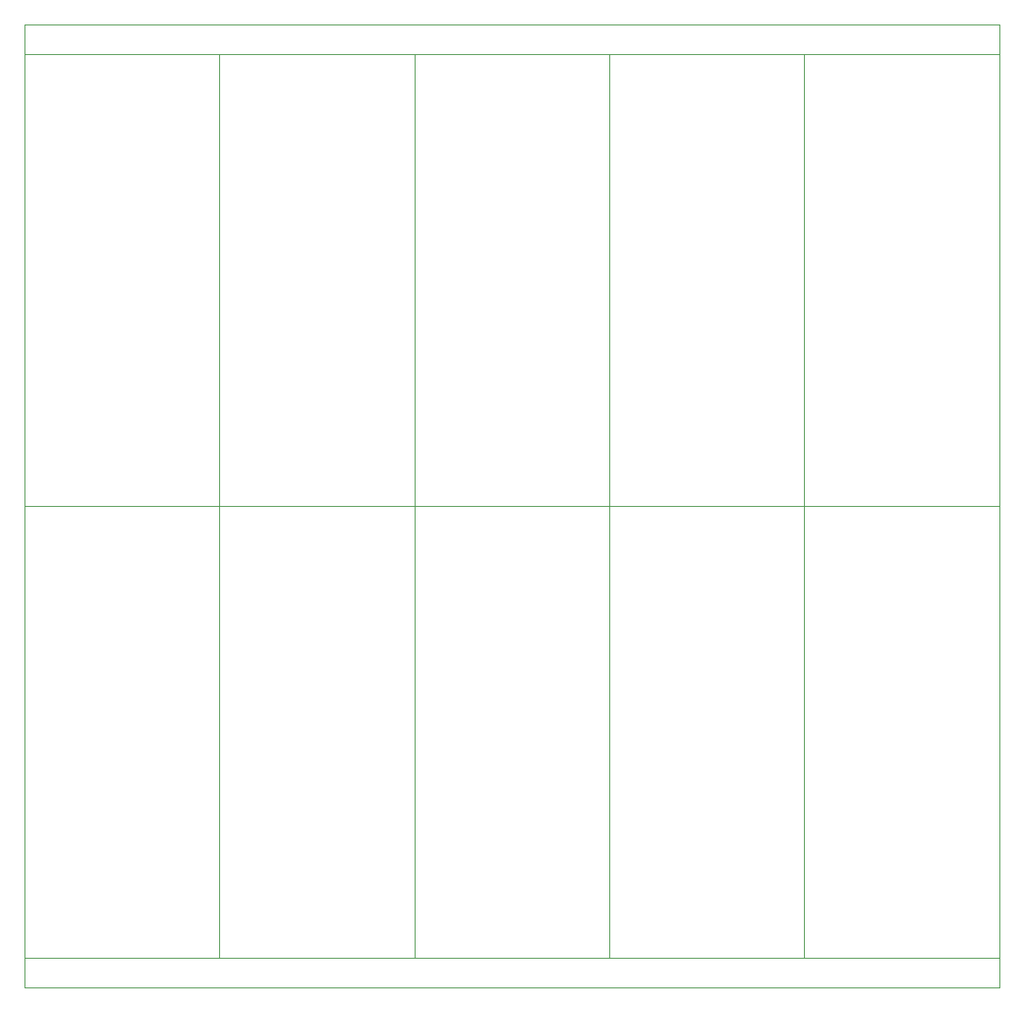
<source format=gbr>
%TF.GenerationSoftware,KiCad,Pcbnew,(5.1.9)-1*%
%TF.CreationDate,2022-04-08T02:00:15+08:00*%
%TF.ProjectId,LED_panelize,4c45445f-7061-46e6-956c-697a652e6b69,rev?*%
%TF.SameCoordinates,Original*%
%TF.FileFunction,Profile,NP*%
%FSLAX46Y46*%
G04 Gerber Fmt 4.6, Leading zero omitted, Abs format (unit mm)*
G04 Created by KiCad (PCBNEW (5.1.9)-1) date 2022-04-08 02:00:15*
%MOMM*%
%LPD*%
G01*
G04 APERTURE LIST*
%TA.AperFunction,Profile*%
%ADD10C,0.050000*%
%TD*%
G04 APERTURE END LIST*
D10*
X185800000Y-137100000D02*
X185800000Y-140100000D01*
X88300000Y-140100000D02*
X88300000Y-137100000D01*
X88300000Y-140100000D02*
X185800000Y-140100000D01*
X185800000Y-43700000D02*
X185800000Y-46700000D01*
X88300000Y-43700000D02*
X185800000Y-43700000D01*
X88300000Y-46700000D02*
X88300000Y-43700000D01*
X166300000Y-91900000D02*
X166300000Y-137100000D01*
X146800000Y-91900000D02*
X146800000Y-137100000D01*
X127300000Y-91900000D02*
X127300000Y-137100000D01*
X107800000Y-91900000D02*
X107800000Y-137100000D01*
X88300000Y-91900000D02*
X88300000Y-137100000D01*
X166300000Y-46700000D02*
X166300000Y-91900000D01*
X146800000Y-46700000D02*
X146800000Y-91900000D01*
X127300000Y-46700000D02*
X127300000Y-91900000D01*
X107800000Y-46700000D02*
X107800000Y-91900000D01*
X166300000Y-91900000D02*
X185800000Y-91900000D01*
X146800000Y-91900000D02*
X166300000Y-91900000D01*
X127300000Y-91900000D02*
X146800000Y-91900000D01*
X107800000Y-91900000D02*
X127300000Y-91900000D01*
X88300000Y-91900000D02*
X107800000Y-91900000D01*
X166300000Y-46700000D02*
X185800000Y-46700000D01*
X146800000Y-46700000D02*
X166300000Y-46700000D01*
X127300000Y-46700000D02*
X146800000Y-46700000D01*
X107800000Y-46700000D02*
X127300000Y-46700000D01*
X185800000Y-91900000D02*
X185800000Y-137100000D01*
X166300000Y-91900000D02*
X166300000Y-137100000D01*
X146800000Y-91900000D02*
X146800000Y-137100000D01*
X127300000Y-91900000D02*
X127300000Y-137100000D01*
X107800000Y-91900000D02*
X107800000Y-137100000D01*
X185800000Y-46700000D02*
X185800000Y-91900000D01*
X166300000Y-46700000D02*
X166300000Y-91900000D01*
X146800000Y-46700000D02*
X146800000Y-91900000D01*
X127300000Y-46700000D02*
X127300000Y-91900000D01*
X166300000Y-137100000D02*
X185800000Y-137100000D01*
X146800000Y-137100000D02*
X166300000Y-137100000D01*
X127300000Y-137100000D02*
X146800000Y-137100000D01*
X107800000Y-137100000D02*
X127300000Y-137100000D01*
X88300000Y-137100000D02*
X107800000Y-137100000D01*
X166300000Y-91900000D02*
X185800000Y-91900000D01*
X146800000Y-91900000D02*
X166300000Y-91900000D01*
X127300000Y-91900000D02*
X146800000Y-91900000D01*
X107800000Y-91900000D02*
X127300000Y-91900000D01*
X88300000Y-91900000D02*
X107800000Y-91900000D01*
X107800000Y-46700000D02*
X107800000Y-91900000D01*
X88300000Y-46700000D02*
X107800000Y-46700000D01*
X88300000Y-46700000D02*
X88300000Y-91900000D01*
M02*

</source>
